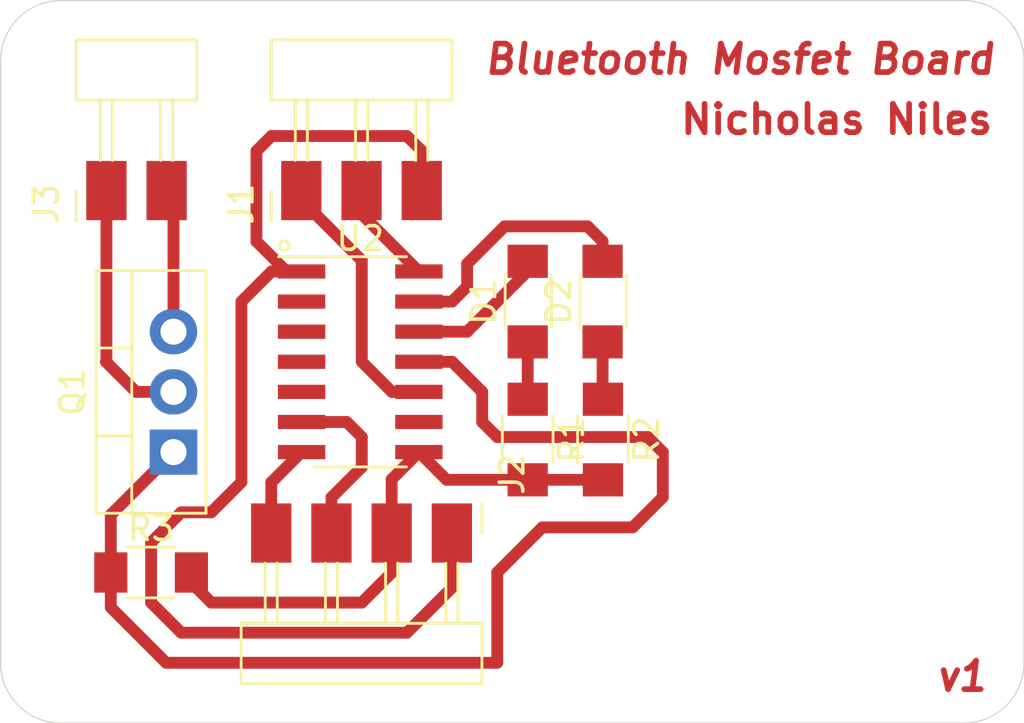
<source format=kicad_pcb>
(kicad_pcb (version 20240108) (generator "pcbnew") (generator_version "8.0")
  (title_block (title "Bluetooth-Controlled Mosfet Board") (date "2024-06-17") (rev "1") (company "Nicholas Niles") (comment 1 "Actually routed trace version of schematic") (comment 2 "For milling on PCB"))
  (layers (0 "F.Cu" signal) (31 "B.Cu" signal) (34 "B.Paste" user) (35 "F.Paste" user) (36 "B.SilkS" user "B.Silkscreen") (37 "F.SilkS" user "F.Silkscreen") (38 "B.Mask" user) (39 "F.Mask" user) (44 "Edge.Cuts" user))
  (net 0 "")
  (net 1 "Net-(J1-Pin_2)")
  (net 2 "Net-(J1-Pin_3)")
  (net 3 "Net-(J1-Pin_1)")
  (net 4 "Net-(J2-Pin_4)")
  (net 5 "Net-(J2-Pin_3)")
  (net 6 "Net-(J3-Pin_2)")
  (net 7 "Net-(J3-Pin_1)")
  (net 8 "Net-(D2-A)")
  (net 9 "Net-(D1-A)")
  (net 15 "Net-(D1-K)")
  (net 16 "Net-(D2-K)")
  (net 17 "Net-(Q1-G)")
  (footprint "fab:R_1206" (layer "F.Cu") (at 48.245 69.42)
    (property "Reference" "R3" (at 0 -1.85 0) (layer "F.SilkS"))
    (property "Value" "10k Ohm")
    (fp_line (start -1 -1.07) (end 1 -1.07) (stroke (width 0.12)) (layer "F.SilkS"))
    (fp_line (start 1 1.07) (end -1 1.07) (stroke (width 0.12)) (layer "F.SilkS"))
    (pad "1" smd rect (at -1.7 0) (size 1.4 1.7) (layers "F.Cu" "F.Paste" "F.Mask") (net 17 "Net-(Q1-G)"))
    (pad "2" smd rect (at 1.7 0) (size 1.4 1.7) (layers "F.Cu" "F.Paste" "F.Mask") (net 1 "Net-(J1-Pin_2)"))
  )
  (footprint "fab:LED_1206" (layer "F.Cu") (at 64.135 57.99 90)
    (property "Reference" "D1" (at 0 -1.85 -90) (layer "F.SilkS"))
    (property "Value" "LED")
    (fp_line (start -1.1 -0.95) (end 1.1 -0.95) (stroke (width 0.12)) (layer "F.SilkS"))
    (fp_line (start -1.1 1) (end 1.1 1) (stroke (width 0.12)) (layer "F.SilkS"))
    (pad "1" smd rect (at -1.7 0 90) (size 1.4 1.7) (layers "F.Cu" "F.Paste" "F.Mask") (net 15 "Net-(D1-K)"))
    (pad "2" smd rect (at 1.7 0 90) (size 1.4 1.7) (layers "F.Cu" "F.Paste" "F.Mask") (net 9 "Net-(D1-A)"))
  )
  (footprint "fab:PinHeader_1x03_P2.54mm_Horizontal_SMD" (layer "F.Cu") (at 54.585 53.305 90)
    (property "Reference" "J1" (at -1.524 -2.54 -90) (layer "F.SilkS") (effects (justify left)))
    (property "Value" "1x3 Header")
    (fp_line (start 6.35 -1.27) (end 6.35 6.35) (stroke (width 0.12)) (layer "F.SilkS"))
    (fp_line (start 3.81 -1.27) (end 6.35 -1.27) (stroke (width 0.12)) (layer "F.SilkS"))
    (fp_line (start -1.27 -1.27) (end 0 -1.27) (stroke (width 0.12)) (layer "F.SilkS"))
    (fp_line (start 3.81 -0.254) (end 1.27 -0.254) (stroke (width 0.12)) (layer "F.SilkS"))
    (fp_line (start 3.81 0.254) (end 1.27 0.254) (stroke (width 0.12)) (layer "F.SilkS"))
    (fp_line (start 3.81 2.286) (end 1.27 2.286) (stroke (width 0.12)) (layer "F.SilkS"))
    (fp_line (start 3.81 2.794) (end 1.27 2.794) (stroke (width 0.12)) (layer "F.SilkS"))
    (fp_line (start 3.81 4.826) (end 1.27 4.826) (stroke (width 0.12)) (layer "F.SilkS"))
    (fp_line (start 3.81 5.334) (end 1.27 5.334) (stroke (width 0.12)) (layer "F.SilkS"))
    (fp_line (start 6.35 6.35) (end 3.81 6.35) (stroke (width 0.12)) (layer "F.SilkS"))
    (fp_line (start 3.81 6.35) (end 3.81 -1.27) (stroke (width 0.12)) (layer "F.SilkS"))
    (pad "1" smd rect (at 0 0 90) (size 2.5 1.7) (layers "F.Cu" "F.Paste" "F.Mask") (net 3 "Net-(J1-Pin_1)"))
    (pad "2" smd rect (at 0 2.54 90) (size 2.5 1.7) (layers "F.Cu" "F.Paste" "F.Mask") (net 1 "Net-(J1-Pin_2)"))
    (pad "3" smd rect (at 0 5.08 90) (size 2.5 1.7) (layers "F.Cu" "F.Paste" "F.Mask") (net 2 "Net-(J1-Pin_3)"))
  )
  (footprint "Package_TO_SOT_THT:TO-220-3_Vertical" (layer "F.Cu") (at 49.19 64.34 90)
    (property "Reference" "Q1" (at 2.54 -4.27 -90) (layer "F.SilkS"))
    (property "Value" "IRF510N")
    (fp_line (start 7.66 -3.27) (end 7.66 1.371) (stroke (width 0.12)) (layer "F.SilkS"))
    (fp_line (start 4.391 -3.27) (end 4.391 -1.76) (stroke (width 0.12)) (layer "F.SilkS"))
    (fp_line (start 0.69 -3.27) (end 0.69 -1.76) (stroke (width 0.12)) (layer "F.SilkS"))
    (fp_line (start -2.58 -3.27) (end 7.66 -3.27) (stroke (width 0.12)) (layer "F.SilkS"))
    (fp_line (start -2.58 -3.27) (end -2.58 1.371) (stroke (width 0.12)) (layer "F.SilkS"))
    (fp_line (start -2.58 -1.76) (end 7.66 -1.76) (stroke (width 0.12)) (layer "F.SilkS"))
    (fp_line (start -2.58 1.371) (end 7.66 1.371) (stroke (width 0.12)) (layer "F.SilkS"))
    (pad "1" thru_hole rect (at 0 0 90) (size 1.905 2) (drill 1.1) (layers "*.Cu" "*.Mask") (net 17 "Net-(Q1-G)"))
    (pad "2" thru_hole oval (at 2.54 0 90) (size 1.905 2) (drill 1.1) (layers "*.Cu" "*.Mask") (net 7 "Net-(J3-Pin_1)"))
    (pad "3" thru_hole oval (at 5.08 0 90) (size 1.905 2) (drill 1.1) (layers "*.Cu" "*.Mask") (net 6 "Net-(J3-Pin_2)"))
  )
  (footprint "fab:SOIC-14_3.9x8.7mm_P1.27mm" (layer "F.Cu") (at 57.07 60.53)
    (property "Reference" "U2" (at 0 -5.2 0) (layer "F.SilkS"))
    (property "Value" "ATtiny 1614")
    (fp_line (start 0 -4.435) (end -3.45 -4.435) (stroke (width 0.12)) (layer "F.SilkS"))
    (fp_line (start 0 -4.435) (end 1.95 -4.435) (stroke (width 0.12)) (layer "F.SilkS"))
    (fp_line (start 0 4.435) (end -1.95 4.435) (stroke (width 0.12)) (layer "F.SilkS"))
    (fp_line (start 0 4.435) (end 1.95 4.435) (stroke (width 0.12)) (layer "F.SilkS"))
    (fp_circle (center -3.2 -4.9) (end -3.2 -4.7) (stroke (width 0.12)) (fill none) (layer "F.SilkS"))
    (pad "1" smd rect (at -2.475 -3.81) (size 2 0.6) (layers "F.Cu" "F.Paste" "F.Mask") (net 2 "Net-(J1-Pin_3)"))
    (pad "2" smd rect (at -2.475 -2.54) (size 2 0.6) (layers "F.Cu" "F.Paste" "F.Mask"))
    (pad "3" smd rect (at -2.475 -1.27) (size 2 0.6) (layers "F.Cu" "F.Paste" "F.Mask"))
    (pad "4" smd rect (at -2.475 0) (size 2 0.6) (layers "F.Cu" "F.Paste" "F.Mask"))
    (pad "5" smd rect (at -2.475 1.27) (size 2 0.6) (layers "F.Cu" "F.Paste" "F.Mask"))
    (pad "6" smd rect (at -2.475 2.54) (size 2 0.6) (layers "F.Cu" "F.Paste" "F.Mask") (net 5 "Net-(J2-Pin_3)"))
    (pad "7" smd rect (at -2.475 3.81) (size 2 0.6) (layers "F.Cu" "F.Paste" "F.Mask") (net 4 "Net-(J2-Pin_4)"))
    (pad "8" smd rect (at 2.475 3.81) (size 2 0.6) (layers "F.Cu" "F.Paste" "F.Mask") (net 1 "Net-(J1-Pin_2)"))
    (pad "9" smd rect (at 2.475 2.54) (size 2 0.6) (layers "F.Cu" "F.Paste" "F.Mask"))
    (pad "10" smd rect (at 2.475 1.27) (size 2 0.6) (layers "F.Cu" "F.Paste" "F.Mask") (net 3 "Net-(J1-Pin_1)"))
    (pad "11" smd rect (at 2.475 0) (size 2 0.6) (layers "F.Cu" "F.Paste" "F.Mask") (net 17 "Net-(Q1-G)"))
    (pad "12" smd rect (at 2.475 -1.27) (size 2 0.6) (layers "F.Cu" "F.Paste" "F.Mask") (net 9 "Net-(D1-A)"))
    (pad "13" smd rect (at 2.475 -2.54) (size 2 0.6) (layers "F.Cu" "F.Paste" "F.Mask") (net 8 "Net-(D2-A)"))
    (pad "14" smd rect (at 2.475 -3.81) (size 2 0.6) (layers "F.Cu" "F.Paste" "F.Mask") (net 1 "Net-(J1-Pin_2)"))
  )
  (footprint "fab:LED_1206" (layer "F.Cu") (at 67.295 57.99 90)
    (property "Reference" "D2" (at 0 -1.85 -90) (layer "F.SilkS"))
    (property "Value" "LED")
    (fp_line (start -1.1 -0.95) (end 1.1 -0.95) (stroke (width 0.12)) (layer "F.SilkS"))
    (fp_line (start -1.1 1) (end 1.1 1) (stroke (width 0.12)) (layer "F.SilkS"))
    (pad "1" smd rect (at -1.7 0 90) (size 1.4 1.7) (layers "F.Cu" "F.Paste" "F.Mask") (net 16 "Net-(D2-K)"))
    (pad "2" smd rect (at 1.7 0 90) (size 1.4 1.7) (layers "F.Cu" "F.Paste" "F.Mask") (net 8 "Net-(D2-A)"))
  )
  (footprint "fab:R_1206" (layer "F.Cu") (at 67.31 63.81 -90)
    (property "Reference" "R2" (at 0 -1.85 90) (layer "F.SilkS"))
    (property "Value" "330 Ohm")
    (fp_line (start 1 1.07) (end -1 1.07) (stroke (width 0.12)) (layer "F.SilkS"))
    (fp_line (start -1 -1.07) (end 1 -1.07) (stroke (width 0.12)) (layer "F.SilkS"))
    (pad "1" smd rect (at -1.7 0 270) (size 1.4 1.7) (layers "F.Cu" "F.Paste" "F.Mask") (net 16 "Net-(D2-K)"))
    (pad "2" smd rect (at 1.7 0 270) (size 1.4 1.7) (layers "F.Cu" "F.Paste" "F.Mask") (net 1 "Net-(J1-Pin_2)"))
  )
  (footprint "fab:PinHeader_1x04_P2.54mm_Horizontal_SMD" (layer "F.Cu") (at 60.935 67.755 -90)
    (property "Reference" "J2" (at -1.524 -2.54 90) (layer "F.SilkS") (effects (justify left)))
    (property "Value" "1x4 Header")
    (fp_line (start 3.81 8.89) (end 3.81 -1.27) (stroke (width 0.12)) (layer "F.SilkS"))
    (fp_line (start 6.35 8.89) (end 3.81 8.89) (stroke (width 0.12)) (layer "F.SilkS"))
    (fp_line (start 3.81 7.874) (end 1.27 7.874) (stroke (width 0.12)) (layer "F.SilkS"))
    (fp_line (start 3.81 7.366) (end 1.27 7.366) (stroke (width 0.12)) (layer "F.SilkS"))
    (fp_line (start 3.81 5.334) (end 1.27 5.334) (stroke (width 0.12)) (layer "F.SilkS"))
    (fp_line (start 3.81 4.826) (end 1.27 4.826) (stroke (width 0.12)) (layer "F.SilkS"))
    (fp_line (start 3.81 2.794) (end 1.27 2.794) (stroke (width 0.12)) (layer "F.SilkS"))
    (fp_line (start 3.81 2.286) (end 1.27 2.286) (stroke (width 0.12)) (layer "F.SilkS"))
    (fp_line (start 3.81 0.254) (end 1.27 0.254) (stroke (width 0.12)) (layer "F.SilkS"))
    (fp_line (start 3.81 -0.254) (end 1.27 -0.254) (stroke (width 0.12)) (layer "F.SilkS"))
    (fp_line (start -1.27 -1.27) (end 0 -1.27) (stroke (width 0.12)) (layer "F.SilkS"))
    (fp_line (start 3.81 -1.27) (end 6.35 -1.27) (stroke (width 0.12)) (layer "F.SilkS"))
    (fp_line (start 6.35 -1.27) (end 6.35 8.89) (stroke (width 0.12)) (layer "F.SilkS"))
    (pad "1" smd rect (at 0 0 270) (size 2.5 1.7) (layers "F.Cu" "F.Paste" "F.Mask") (net 2 "Net-(J1-Pin_3)"))
    (pad "2" smd rect (at 0 2.54 270) (size 2.5 1.7) (layers "F.Cu" "F.Paste" "F.Mask") (net 1 "Net-(J1-Pin_2)"))
    (pad "3" smd rect (at 0 5.08 270) (size 2.5 1.7) (layers "F.Cu" "F.Paste" "F.Mask") (net 5 "Net-(J2-Pin_3)"))
    (pad "4" smd rect (at 0 7.62 270) (size 2.5 1.7) (layers "F.Cu" "F.Paste" "F.Mask") (net 4 "Net-(J2-Pin_4)"))
  )
  (footprint "fab:PinHeader_1x02_P2.54mm_Horizontal_SMD" (layer "F.Cu") (at 46.36 53.305 90)
    (property "Reference" "J3" (at -1.524 -2.54 -90) (layer "F.SilkS") (effects (justify left)))
    (property "Value" "1x2 Header")
    (fp_line (start 6.35 -1.27) (end 6.35 3.81) (stroke (width 0.12)) (layer "F.SilkS"))
    (fp_line (start 3.81 -1.27) (end 6.35 -1.27) (stroke (width 0.12)) (layer "F.SilkS"))
    (fp_line (start -1.27 -1.27) (end 0 -1.27) (stroke (width 0.12)) (layer "F.SilkS"))
    (fp_line (start 3.81 -0.254) (end 1.27 -0.254) (stroke (width 0.12)) (layer "F.SilkS"))
    (fp_line (start 3.81 0.254) (end 1.27 0.254) (stroke (width 0.12)) (layer "F.SilkS"))
    (fp_line (start 3.81 2.286) (end 1.27 2.286) (stroke (width 0.12)) (layer "F.SilkS"))
    (fp_line (start 3.81 2.794) (end 1.27 2.794) (stroke (width 0.12)) (layer "F.SilkS"))
    (fp_line (start 6.35 3.81) (end 3.81 3.81) (stroke (width 0.12)) (layer "F.SilkS"))
    (fp_line (start 3.81 3.81) (end 3.81 -1.27) (stroke (width 0.12)) (layer "F.SilkS"))
    (pad "1" smd rect (at 0 0 90) (size 2.5 1.7) (layers "F.Cu" "F.Paste" "F.Mask") (net 7 "Net-(J3-Pin_1)"))
    (pad "2" smd rect (at 0 2.54 90) (size 2.5 1.7) (layers "F.Cu" "F.Paste" "F.Mask") (net 6 "Net-(J3-Pin_2)"))
  )
  (footprint "fab:R_1206" (layer "F.Cu") (at 64.135 63.81 -90)
    (property "Reference" "R1" (at 0 -1.85 90) (layer "F.SilkS"))
    (property "Value" "330 Ohm")
    (fp_line (start 1 1.07) (end -1 1.07) (stroke (width 0.12)) (layer "F.SilkS"))
    (fp_line (start -1 -1.07) (end 1 -1.07) (stroke (width 0.12)) (layer "F.SilkS"))
    (pad "1" smd rect (at -1.7 0 270) (size 1.4 1.7) (layers "F.Cu" "F.Paste" "F.Mask") (net 15 "Net-(D1-K)"))
    (pad "2" smd rect (at 1.7 0 270) (size 1.4 1.7) (layers "F.Cu" "F.Paste" "F.Mask") (net 1 "Net-(J1-Pin_2)"))
  )
  (gr_arc (start 85.075 73.23) (mid 84.331051 75.026051) (end 82.535 75.77) (stroke (width 0.05)) (layer "Edge.Cuts"))
  (gr_line (start 41.895 73.23) (end 41.895 47.83) (stroke (width 0.05)) (layer "Edge.Cuts"))
  (gr_arc (start 44.435 75.77) (mid 42.638949 75.026051) (end 41.895 73.23) (stroke (width 0.05)) (layer "Edge.Cuts"))
  (gr_line (start 82.535 75.77) (end 44.435 75.77) (stroke (width 0.05)) (layer "Edge.Cuts"))
  (gr_arc (start 82.535 45.29) (mid 84.331051 46.033949) (end 85.075 47.83) (stroke (width 0.05)) (layer "Edge.Cuts"))
  (gr_line (start 85.075 47.83) (end 85.075 73.23) (stroke (width 0.05)) (layer "Edge.Cuts"))
  (gr_arc (start 41.895 47.83) (mid 42.638949 46.033949) (end 44.435 45.29) (stroke (width 0.05)) (layer "Edge.Cuts"))
  (gr_line (start 44.435 45.29) (end 82.535 45.29) (stroke (width 0.05)) (layer "Edge.Cuts"))
  (gr_text "Bluetooth Mosfet Board" (at 62.215 48.465 0) (layer "F.Cu") (effects (font (size 1.2 1.2) (thickness 0.24) (bold yes) (italic yes)) (justify left bottom)))
  (gr_text "v1" (at 81.265 74.5 0) (layer "F.Cu") (effects (font (size 1.2 1.2) (thickness 0.24) (bold yes) (italic yes)) (justify left bottom)))
  (gr_text "Nicholas Niles" (at 70.47 51.005 0) (layer "F.Cu") (effects (font (size 1.2 1.2) (thickness 0.24) (bold yes)) (justify left bottom)))
  (segment (start 58.395 65.49) (end 59.545 64.34) (width 0.5) (layer "F.Cu") (net 1))
  (segment (start 57.125 53.305) (end 57.125 54.3) (width 0.5) (layer "F.Cu") (net 1))
  (segment (start 57.135 70.69) (end 58.395 69.43) (width 0.5) (layer "F.Cu") (net 1))
  (segment (start 64.135 65.51) (end 67.31 65.51) (width 0.5) (layer "F.Cu") (net 1))
  (segment (start 60.715 65.51) (end 59.545 64.34) (width 0.5) (layer "F.Cu") (net 1))
  (segment (start 50.785 70.69) (end 57.135 70.69) (width 0.5) (layer "F.Cu") (net 1))
  (segment (start 64.135 65.51) (end 60.715 65.51) (width 0.5) (layer "F.Cu") (net 1))
  (segment (start 57.125 54.3) (end 59.545 56.72) (width 0.5) (layer "F.Cu") (net 1))
  (segment (start 58.395 67.755) (end 58.395 65.49) (width 0.5) (layer "F.Cu") (net 1))
  (segment (start 49.945 69.85) (end 50.785 70.69) (width 0.5) (layer "F.Cu") (net 1))
  (segment (start 49.945 69.42) (end 49.945 69.85) (width 0.5) (layer "F.Cu") (net 1))
  (segment (start 58.395 69.43) (end 58.395 67.755) (width 0.5) (layer "F.Cu") (net 1))
  (segment (start 49.515 71.96) (end 48.245 70.69) (width 0.5) (layer "F.Cu") (net 2))
  (segment (start 53.96 56.72) (end 54.595 56.72) (width 0.5) (layer "F.Cu") (net 2))
  (segment (start 50.785 66.88) (end 52.055 65.61) (width 0.5) (layer "F.Cu") (net 2))
  (segment (start 52.055 57.99) (end 53.325 56.72) (width 0.5) (layer "F.Cu") (net 2))
  (segment (start 49.515 66.88) (end 50.785 66.88) (width 0.5) (layer "F.Cu") (net 2))
  (segment (start 52.69 51.64) (end 52.69 55.45) (width 0.5) (layer "F.Cu") (net 2))
  (segment (start 52.055 65.61) (end 52.055 57.99) (width 0.5) (layer "F.Cu") (net 2))
  (segment (start 59.04 51.005) (end 53.325 51.005) (width 0.5) (layer "F.Cu") (net 2))
  (segment (start 59.04 71.96) (end 49.515 71.96) (width 0.5) (layer "F.Cu") (net 2))
  (segment (start 53.325 56.72) (end 54.595 56.72) (width 0.5) (layer "F.Cu") (net 2))
  (segment (start 60.935 70.065) (end 59.04 71.96) (width 0.5) (layer "F.Cu") (net 2))
  (segment (start 48.245 70.69) (end 48.245 68.15) (width 0.5) (layer "F.Cu") (net 2))
  (segment (start 48.245 68.15) (end 49.515 66.88) (width 0.5) (layer "F.Cu") (net 2))
  (segment (start 53.325 51.005) (end 52.69 51.64) (width 0.5) (layer "F.Cu") (net 2))
  (segment (start 52.69 55.45) (end 53.96 56.72) (width 0.5) (layer "F.Cu") (net 2))
  (segment (start 60.935 67.755) (end 60.935 70.065) (width 0.5) (layer "F.Cu") (net 2))
  (segment (start 59.665 53.305) (end 59.665 51.63) (width 0.5) (layer "F.Cu") (net 2))
  (segment (start 59.665 51.63) (end 59.04 51.005) (width 0.5) (layer "F.Cu") (net 2))
  (segment (start 54.585 53.305) (end 54.585 53.705) (width 0.5) (layer "F.Cu") (net 3))
  (segment (start 58.405 61.8) (end 59.545 61.8) (width 0.5) (layer "F.Cu") (net 3))
  (segment (start 57.135 60.53) (end 58.405 61.8) (width 0.5) (layer "F.Cu") (net 3))
  (segment (start 57.135 56.255) (end 57.135 60.53) (width 0.5) (layer "F.Cu") (net 3))
  (segment (start 54.585 53.705) (end 57.135 56.255) (width 0.5) (layer "F.Cu") (net 3))
  (segment (start 53.315 65.62) (end 54.595 64.34) (width 0.5) (layer "F.Cu") (net 4))
  (segment (start 53.315 67.755) (end 53.315 65.62) (width 0.5) (layer "F.Cu") (net 4))
  (segment (start 55.855 67.755) (end 55.855 66.255) (width 0.5) (layer "F.Cu") (net 5))
  (segment (start 57.135 64.975) (end 57.135 63.705) (width 0.5) (layer "F.Cu") (net 5))
  (segment (start 57.135 63.705) (end 56.5 63.07) (width 0.5) (layer "F.Cu") (net 5))
  (segment (start 56.5 63.07) (end 54.595 63.07) (width 0.5) (layer "F.Cu") (net 5))
  (segment (start 55.855 66.255) (end 57.135 64.975) (width 0.5) (layer "F.Cu") (net 5))
  (segment (start 49.19 53.595) (end 48.9 53.305) (width 0.5) (layer "F.Cu") (net 6))
  (segment (start 49.19 59.26) (end 49.19 53.595) (width 0.5) (layer "F.Cu") (net 6))
  (segment (start 46.36 53.305) (end 46.36 60.51) (width 0.5) (layer "F.Cu") (net 7))
  (segment (start 46.34 60.53) (end 47.61 61.8) (width 0.5) (layer "F.Cu") (net 7))
  (segment (start 46.36 60.51) (end 46.34 60.53) (width 0.5) (layer "F.Cu") (net 7))
  (segment (start 47.61 61.8) (end 49.19 61.8) (width 0.5) (layer "F.Cu") (net 7))
  (segment (start 61.58 56.395) (end 61.58 57.355) (width 0.5) (layer "F.Cu") (net 8))
  (segment (start 61.58 57.355) (end 60.945 57.99) (width 0.5) (layer "F.Cu") (net 8))
  (segment (start 66.66 54.815) (end 63.16 54.815) (width 0.5) (layer "F.Cu") (net 8))
  (segment (start 63.16 54.815) (end 61.58 56.395) (width 0.5) (layer "F.Cu") (net 8))
  (segment (start 67.295 56.29) (end 67.295 55.45) (width 0.5) (layer "F.Cu") (net 8))
  (segment (start 67.295 55.45) (end 66.66 54.815) (width 0.5) (layer "F.Cu") (net 8))
  (segment (start 60.945 57.99) (end 59.545 57.99) (width 0.5) (layer "F.Cu") (net 8))
  (segment (start 61.58 59.26) (end 59.545 59.26) (width 0.5) (layer "F.Cu") (net 9))
  (segment (start 64.135 56.705) (end 61.58 59.26) (width 0.5) (layer "F.Cu") (net 9))
  (segment (start 64.135 56.29) (end 64.135 56.705) (width 0.5) (layer "F.Cu") (net 9))
  (segment (start 64.135 59.69) (end 64.135 62.11) (width 0.5) (layer "F.Cu") (net 15))
  (segment (start 67.295 59.69) (end 67.295 62.095) (width 0.5) (layer "F.Cu") (net 16))
  (segment (start 67.295 62.095) (end 67.31 62.11) (width 0.5) (layer "F.Cu") (net 16))
  (segment (start 62.215 63.07) (end 62.215 61.8) (width 0.5) (layer "F.Cu") (net 17))
  (segment (start 68.565 67.515) (end 69.835 66.245) (width 0.5) (layer "F.Cu") (net 17))
  (segment (start 48.88 73.23) (end 62.85 73.23) (width 0.5) (layer "F.Cu") (net 17))
  (segment (start 60.945 60.53) (end 59.545 60.53) (width 0.5) (layer "F.Cu") (net 17))
  (segment (start 69.835 64.34) (end 69.2 63.705) (width 0.5) (layer "F.Cu") (net 17))
  (segment (start 69.835 66.245) (end 69.835 64.34) (width 0.5) (layer "F.Cu") (net 17))
  (segment (start 64.755 67.515) (end 68.565 67.515) (width 0.5) (layer "F.Cu") (net 17))
  (segment (start 62.85 73.23) (end 62.85 69.42) (width 0.5) (layer "F.Cu") (net 17))
  (segment (start 62.85 69.42) (end 64.755 67.515) (width 0.5) (layer "F.Cu") (net 17))
  (segment (start 46.545 66.985) (end 49.19 64.34) (width 0.5) (layer "F.Cu") (net 17))
  (segment (start 62.85 63.705) (end 62.215 63.07) (width 0.5) (layer "F.Cu") (net 17))
  (segment (start 62.215 61.8) (end 60.945 60.53) (width 0.5) (layer "F.Cu") (net 17))
  (segment (start 46.545 69.42) (end 46.545 70.895) (width 0.5) (layer "F.Cu") (net 17))
  (segment (start 69.2 63.705) (end 62.85 63.705) (width 0.5) (layer "F.Cu") (net 17))
  (segment (start 46.545 69.42) (end 46.545 66.985) (width 0.5) (layer "F.Cu") (net 17))
  (segment (start 46.545 70.895) (end 48.88 73.23) (width 0.5) (layer "F.Cu") (net 17))
)
</source>
